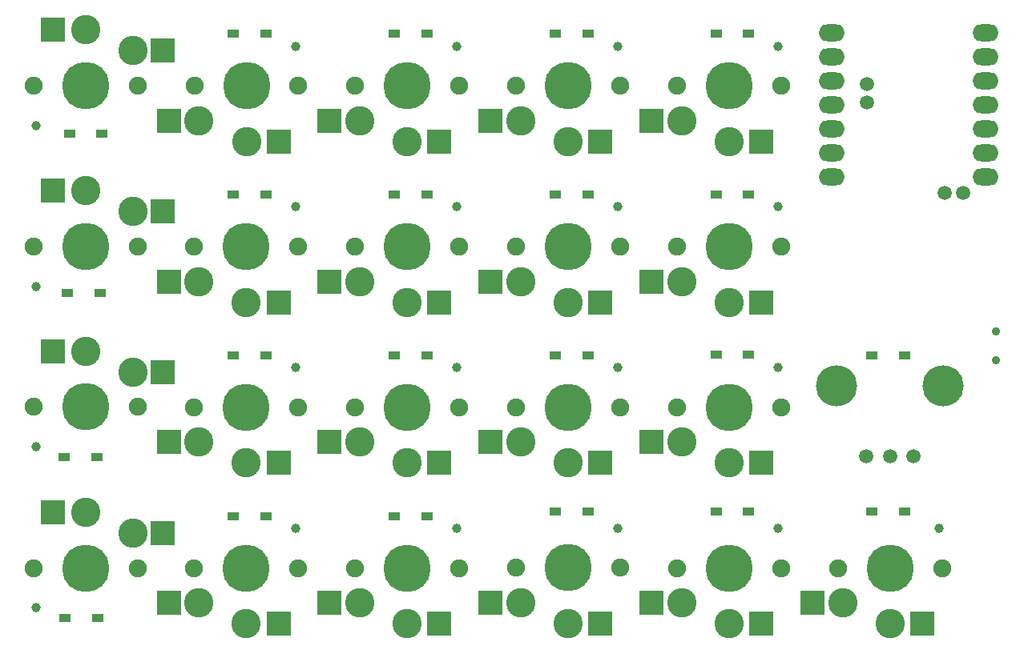
<source format=gbr>
%TF.GenerationSoftware,KiCad,Pcbnew,9.0.2*%
%TF.CreationDate,2025-12-07T23:51:36+09:00*%
%TF.ProjectId,FrostOrtho_L,46726f73-744f-4727-9468-6f5f4c2e6b69,rev?*%
%TF.SameCoordinates,Original*%
%TF.FileFunction,Soldermask,Bot*%
%TF.FilePolarity,Negative*%
%FSLAX46Y46*%
G04 Gerber Fmt 4.6, Leading zero omitted, Abs format (unit mm)*
G04 Created by KiCad (PCBNEW 9.0.2) date 2025-12-07 23:51:36*
%MOMM*%
%LPD*%
G01*
G04 APERTURE LIST*
%ADD10R,1.200000X0.950000*%
%ADD11C,1.900000*%
%ADD12C,3.100000*%
%ADD13C,5.000000*%
%ADD14C,1.000000*%
%ADD15R,2.600000X2.600000*%
%ADD16O,2.750000X1.800000*%
%ADD17C,1.500000*%
%ADD18C,4.350000*%
%ADD19C,0.900000*%
G04 APERTURE END LIST*
D10*
%TO.C,D17*%
X110626525Y-23000000D03*
X114076525Y-23000000D03*
%TD*%
%TO.C,D15*%
X93626525Y-57000000D03*
X97076525Y-57000000D03*
%TD*%
D11*
%TO.C,SW17*%
X106500000Y-28500000D03*
D12*
X107000000Y-32200000D03*
D13*
X112000000Y-28500000D03*
D12*
X112000000Y-34400000D03*
D14*
X117220000Y-24300000D03*
D11*
X117500000Y-28500000D03*
D15*
X103800000Y-32200000D03*
X115400000Y-34400000D03*
%TD*%
D11*
%TO.C,SW1*%
X49500000Y-28500000D03*
D12*
X49000000Y-24800000D03*
D13*
X44000000Y-28500000D03*
D12*
X44000000Y-22600000D03*
D14*
X38780000Y-32700000D03*
D11*
X38500000Y-28500000D03*
D15*
X52200000Y-24800000D03*
X40600000Y-22600000D03*
%TD*%
D10*
%TO.C,D19*%
X110626525Y-56975000D03*
X114076525Y-56975000D03*
%TD*%
%TO.C,D22*%
X127126525Y-73500000D03*
X130576525Y-73500000D03*
%TD*%
D11*
%TO.C,SW15*%
X89500000Y-62500000D03*
D12*
X90000000Y-66200000D03*
D13*
X95000000Y-62500000D03*
D12*
X95000000Y-68400000D03*
D14*
X100220000Y-58300000D03*
D11*
X100500000Y-62500000D03*
D15*
X86800000Y-66200000D03*
X98400000Y-68400000D03*
%TD*%
D10*
%TO.C,D11*%
X76626525Y-57000000D03*
X80076525Y-57000000D03*
%TD*%
D11*
%TO.C,SW14*%
X89500000Y-45500000D03*
D12*
X90000000Y-49200000D03*
D13*
X95000000Y-45500000D03*
D12*
X95000000Y-51400000D03*
D14*
X100220000Y-41300000D03*
D11*
X100500000Y-45500000D03*
D15*
X86800000Y-49200000D03*
X98400000Y-51400000D03*
%TD*%
D11*
%TO.C,SW8*%
X55500000Y-79500000D03*
D12*
X56000000Y-83200000D03*
D13*
X61000000Y-79500000D03*
D12*
X61000000Y-85400000D03*
D14*
X66220000Y-75300000D03*
D11*
X66500000Y-79500000D03*
D15*
X52800000Y-83200000D03*
X64400000Y-85400000D03*
%TD*%
D16*
%TO.C,U1*%
X122880000Y-22924000D03*
X122880000Y-25464000D03*
X122880000Y-28004000D03*
X122880000Y-30544000D03*
X122880000Y-33084000D03*
X122880000Y-35624000D03*
X122880000Y-38164000D03*
X139120000Y-38164000D03*
X139120000Y-35624000D03*
X139120000Y-33084000D03*
X139120000Y-30544000D03*
X139120000Y-28004000D03*
X139120000Y-25464000D03*
X139120000Y-22924000D03*
D17*
X134835400Y-39856000D03*
X136715000Y-39856000D03*
X126555000Y-30227000D03*
X126555000Y-28322000D03*
%TD*%
D10*
%TO.C,D5*%
X59626525Y-22975000D03*
X63076525Y-22975000D03*
%TD*%
%TO.C,D21*%
X127126525Y-57000000D03*
X130576525Y-57000000D03*
%TD*%
D17*
%TO.C,SW21*%
X126500000Y-67700000D03*
X131500000Y-67700000D03*
X129000000Y-67700000D03*
D18*
X123400000Y-60200000D03*
X134600000Y-60200000D03*
%TD*%
D11*
%TO.C,SW18*%
X106500000Y-45500000D03*
D12*
X107000000Y-49200000D03*
D13*
X112000000Y-45500000D03*
D12*
X112000000Y-51400000D03*
D14*
X117220000Y-41300000D03*
D11*
X117500000Y-45500000D03*
D15*
X103800000Y-49200000D03*
X115400000Y-51400000D03*
%TD*%
D10*
%TO.C,D8*%
X59626525Y-74000000D03*
X63076525Y-74000000D03*
%TD*%
%TO.C,D16*%
X93626525Y-73500000D03*
X97076525Y-73500000D03*
%TD*%
D11*
%TO.C,SW2*%
X49500000Y-45500000D03*
D12*
X49000000Y-41800000D03*
D13*
X44000000Y-45500000D03*
D12*
X44000000Y-39600000D03*
D14*
X38780000Y-49700000D03*
D11*
X38500000Y-45500000D03*
D15*
X52200000Y-41800000D03*
X40600000Y-39600000D03*
%TD*%
D10*
%TO.C,D6*%
X59626525Y-40000000D03*
X63076525Y-40000000D03*
%TD*%
D11*
%TO.C,SW13*%
X89500000Y-28500000D03*
D12*
X90000000Y-32200000D03*
D13*
X95000000Y-28500000D03*
D12*
X95000000Y-34400000D03*
D14*
X100220000Y-24300000D03*
D11*
X100500000Y-28500000D03*
D15*
X86800000Y-32200000D03*
X98400000Y-34400000D03*
%TD*%
D11*
%TO.C,SW20*%
X106500000Y-79500000D03*
D12*
X107000000Y-83200000D03*
D13*
X112000000Y-79500000D03*
D12*
X112000000Y-85400000D03*
D14*
X117220000Y-75300000D03*
D11*
X117500000Y-79500000D03*
D15*
X103800000Y-83200000D03*
X115400000Y-85400000D03*
%TD*%
D10*
%TO.C,D20*%
X110626525Y-73500000D03*
X114076525Y-73500000D03*
%TD*%
D11*
%TO.C,SW3*%
X49500000Y-62475000D03*
D12*
X49000000Y-58775000D03*
D13*
X44000000Y-62475000D03*
D12*
X44000000Y-56575000D03*
D14*
X38780000Y-66675000D03*
D11*
X38500000Y-62475000D03*
D15*
X52200000Y-58775000D03*
X40600000Y-56575000D03*
%TD*%
D11*
%TO.C,SW19*%
X106500000Y-62500000D03*
D12*
X107000000Y-66200000D03*
D13*
X112000000Y-62500000D03*
D12*
X112000000Y-68400000D03*
D14*
X117220000Y-58300000D03*
D11*
X117500000Y-62500000D03*
D15*
X103800000Y-66200000D03*
X115400000Y-68400000D03*
%TD*%
D11*
%TO.C,SW7*%
X55500000Y-62490000D03*
D12*
X56000000Y-66190000D03*
D13*
X61000000Y-62490000D03*
D12*
X61000000Y-68390000D03*
D14*
X66220000Y-58290000D03*
D11*
X66500000Y-62490000D03*
D15*
X52800000Y-66190000D03*
X64400000Y-68390000D03*
%TD*%
D10*
%TO.C,D4*%
X45299975Y-84800000D03*
X41849975Y-84800000D03*
%TD*%
D11*
%TO.C,SW6*%
X55500000Y-45500000D03*
D12*
X56000000Y-49200000D03*
D13*
X61000000Y-45500000D03*
D12*
X61000000Y-51400000D03*
D14*
X66220000Y-41300000D03*
D11*
X66500000Y-45500000D03*
D15*
X52800000Y-49200000D03*
X64400000Y-51400000D03*
%TD*%
D10*
%TO.C,D9*%
X76626525Y-22975000D03*
X80076525Y-22975000D03*
%TD*%
%TO.C,D1*%
X45749975Y-33575000D03*
X42299975Y-33575000D03*
%TD*%
D11*
%TO.C,SW9*%
X72480000Y-28500000D03*
D12*
X72980000Y-32200000D03*
D13*
X77980000Y-28500000D03*
D12*
X77980000Y-34400000D03*
D14*
X83200000Y-24300000D03*
D11*
X83480000Y-28500000D03*
D15*
X69780000Y-32200000D03*
X81380000Y-34400000D03*
%TD*%
D11*
%TO.C,SW4*%
X49500000Y-79500000D03*
D12*
X49000000Y-75800000D03*
D13*
X44000000Y-79500000D03*
D12*
X44000000Y-73600000D03*
D14*
X38780000Y-83700000D03*
D11*
X38500000Y-79500000D03*
D15*
X52200000Y-75800000D03*
X40600000Y-73600000D03*
%TD*%
D11*
%TO.C,SW12*%
X72500000Y-79500000D03*
D12*
X73000000Y-83200000D03*
D13*
X78000000Y-79500000D03*
D12*
X78000000Y-85400000D03*
D14*
X83220000Y-75300000D03*
D11*
X83500000Y-79500000D03*
D15*
X69800000Y-83200000D03*
X81400000Y-85400000D03*
%TD*%
D10*
%TO.C,D2*%
X45523475Y-50450000D03*
X42073475Y-50450000D03*
%TD*%
D11*
%TO.C,SW11*%
X72500000Y-62500000D03*
D12*
X73000000Y-66200000D03*
D13*
X78000000Y-62500000D03*
D12*
X78000000Y-68400000D03*
D14*
X83220000Y-58300000D03*
D11*
X83500000Y-62500000D03*
D15*
X69800000Y-66200000D03*
X81400000Y-68400000D03*
%TD*%
D10*
%TO.C,D13*%
X93626525Y-23000000D03*
X97076525Y-23000000D03*
%TD*%
D19*
%TO.C,SW24*%
X140200000Y-54500000D03*
X140200000Y-57500000D03*
%TD*%
D11*
%TO.C,SW16*%
X89490000Y-79485000D03*
D12*
X89990000Y-83185000D03*
D13*
X94990000Y-79485000D03*
D12*
X94990000Y-85385000D03*
D14*
X100210000Y-75285000D03*
D11*
X100490000Y-79485000D03*
D15*
X86790000Y-83185000D03*
X98390000Y-85385000D03*
%TD*%
D11*
%TO.C,SW22*%
X123500000Y-79500000D03*
D12*
X124000000Y-83200000D03*
D13*
X129000000Y-79500000D03*
D12*
X129000000Y-85400000D03*
D14*
X134220000Y-75300000D03*
D11*
X134500000Y-79500000D03*
D15*
X120800000Y-83200000D03*
X132400000Y-85400000D03*
%TD*%
D10*
%TO.C,D18*%
X110626525Y-40000000D03*
X114076525Y-40000000D03*
%TD*%
D11*
%TO.C,SW5*%
X55510000Y-28500000D03*
D12*
X56010000Y-32200000D03*
D13*
X61010000Y-28500000D03*
D12*
X61010000Y-34400000D03*
D14*
X66230000Y-24300000D03*
D11*
X66510000Y-28500000D03*
D15*
X52810000Y-32200000D03*
X64410000Y-34400000D03*
%TD*%
D10*
%TO.C,D7*%
X59626525Y-57000000D03*
X63076525Y-57000000D03*
%TD*%
%TO.C,D10*%
X76626525Y-40000000D03*
X80076525Y-40000000D03*
%TD*%
%TO.C,D12*%
X76626525Y-74000000D03*
X80076525Y-74000000D03*
%TD*%
%TO.C,D14*%
X93626525Y-40000000D03*
X97076525Y-40000000D03*
%TD*%
%TO.C,D3*%
X45174975Y-67775000D03*
X41724975Y-67775000D03*
%TD*%
D11*
%TO.C,SW10*%
X72500000Y-45500000D03*
D12*
X73000000Y-49200000D03*
D13*
X78000000Y-45500000D03*
D12*
X78000000Y-51400000D03*
D14*
X83220000Y-41300000D03*
D11*
X83500000Y-45500000D03*
D15*
X69800000Y-49200000D03*
X81400000Y-51400000D03*
%TD*%
M02*

</source>
